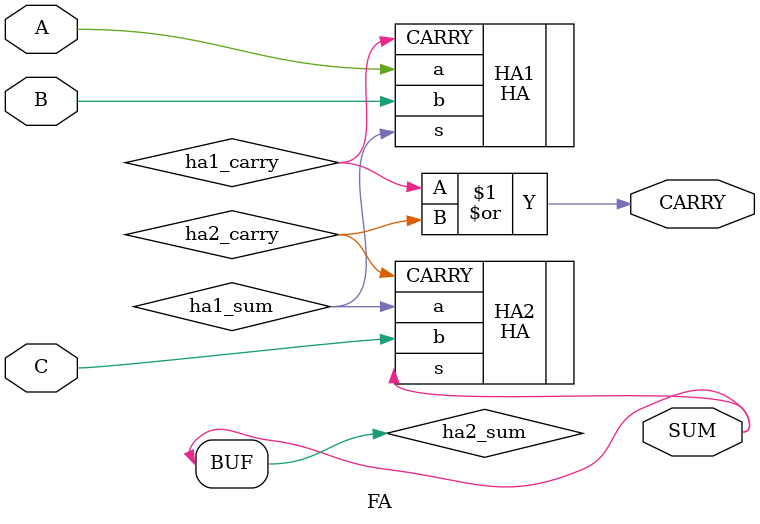
<source format=v>
`timescale 1ns / 1ps


module FA(
 input A,
 input B,
 input C,
 output SUM,
 output CARRY
 );
 wire ha1_sum,ha1_carry,ha2_carry,ha2_sum;
 HA HA1(.a(A), .b(B), .s(ha1_sum), .CARRY(ha1_carry) );
 HA HA2(.a(ha1_sum), .b(C), .s(SUM), .CARRY(ha2_carry));
 assign SUM = ha2_sum;
 assign CARRY = ha1_carry | ha2_carry;
endmodule



</source>
